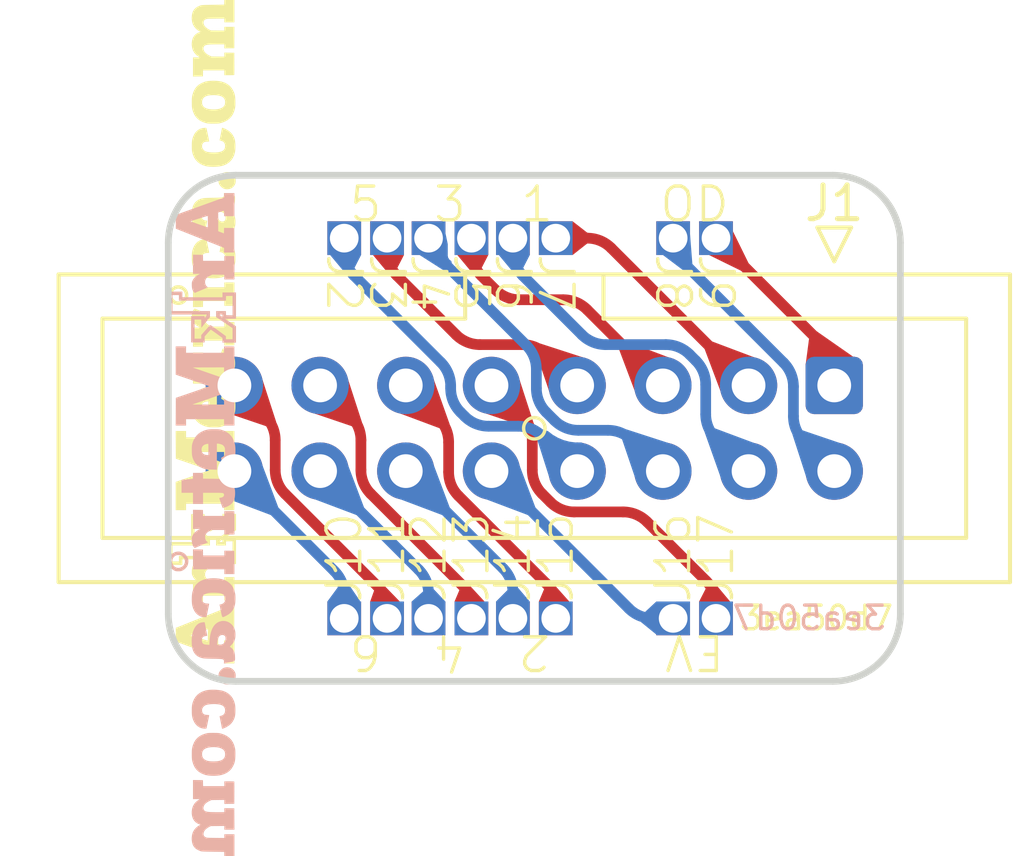
<source format=kicad_pcb>
(kicad_pcb (version 20241229) (generator "pcbnew") (generator_version "9.0")
  (layers (0 "F.Cu" signal) (2 "B.Cu" signal) (13 "F.Paste" user) (15 "B.Paste" user) (5 "F.SilkS" user "F.Silkscreen") (7 "B.SilkS" user "B.Silkscreen") (1 "F.Mask" user) (3 "B.Mask" user) (25 "Edge.Cuts" user))
  (net 0 "")
  (net 1 "/V_OD")
  (net 2 "/V_EV")
  (net 3 "/I_4")
  (net 4 "/I_EV")
  (net 5 "/V_2")
  (net 6 "/I_3")
  (net 7 "/I_6")
  (net 8 "/I_2")
  (net 9 "/V_5")
  (net 10 "/V_1")
  (net 11 "/I_5")
  (net 12 "/I_1")
  (net 13 "/V_4")
  (net 14 "/V_3")
  (net 15 "/V_6")
  (net 16 "/I_OD")
  (footprint "custom_footprints:site_small" (layer "F.Cu") (at 126.0075 37.1425 90)
    (property "Reference" "SYM2" (hide yes))
    (property "Value" "Logo_Open_Hardware_Small" (hide yes))
  )
  (footprint "Connector_IDC:IDC-Header_2x08_P2.54mm_Vertical" (layer "F.Cu") (at 144.74 38.73 -90)
    (property "Reference" "J1" (at -5.3975 0 180) (layer "F.SilkS"))
    (property "Value" "Conn_02x08_Odd_Even")
    (pad "1" thru_hole roundrect (at 0 0 270) (size 1.7 1.7) (drill 1) (layers "*.Cu" "*.Mask") (roundrect_rratio 0.147059) (net 1 "/V_OD"))
    (pad "2" thru_hole circle (at 2.54 0 270) (size 1.7 1.7) (drill 1) (layers "*.Cu" "*.Mask") (net 16 "/I_OD"))
    (pad "3" thru_hole circle (at 0 2.54 270) (size 1.7 1.7) (drill 1) (layers "*.Cu" "*.Mask") (net 10 "/V_1"))
    (pad "4" thru_hole circle (at 2.54 2.54 270) (size 1.7 1.7) (drill 1) (layers "*.Cu" "*.Mask") (net 12 "/I_1"))
    (pad "5" thru_hole circle (at 0 5.08 270) (size 1.7 1.7) (drill 1) (layers "*.Cu" "*.Mask") (net 14 "/V_3"))
    (pad "6" thru_hole circle (at 2.54 5.08 270) (size 1.7 1.7) (drill 1) (layers "*.Cu" "*.Mask") (net 6 "/I_3"))
    (pad "7" thru_hole circle (at 0 7.62 270) (size 1.7 1.7) (drill 1) (layers "*.Cu" "*.Mask") (net 9 "/V_5"))
    (pad "8" thru_hole circle (at 2.54 7.62 270) (size 1.7 1.7) (drill 1) (layers "*.Cu" "*.Mask") (net 11 "/I_5"))
    (pad "9" thru_hole circle (at 0 10.16 270) (size 1.7 1.7) (drill 1) (layers "*.Cu" "*.Mask") (net 2 "/V_EV"))
    (pad "10" thru_hole circle (at 2.54 10.16 270) (size 1.7 1.7) (drill 1) (layers "*.Cu" "*.Mask") (net 4 "/I_EV"))
    (pad "11" thru_hole circle (at 0 12.7 270) (size 1.7 1.7) (drill 1) (layers "*.Cu" "*.Mask") (net 5 "/V_2"))
    (pad "12" thru_hole circle (at 2.54 12.7 270) (size 1.7 1.7) (drill 1) (layers "*.Cu" "*.Mask") (net 8 "/I_2"))
    (pad "13" thru_hole circle (at 0 15.24 270) (size 1.7 1.7) (drill 1) (layers "*.Cu" "*.Mask") (net 13 "/V_4"))
    (pad "14" thru_hole circle (at 2.54 15.24 270) (size 1.7 1.7) (drill 1) (layers "*.Cu" "*.Mask") (net 3 "/I_4"))
    (pad "15" thru_hole circle (at 0 17.78 270) (size 1.7 1.7) (drill 1) (layers "*.Cu" "*.Mask") (net 15 "/V_6"))
    (pad "16" thru_hole circle (at 2.54 17.78 270) (size 1.7 1.7) (drill 1) (layers "*.Cu" "*.Mask") (net 7 "/I_6"))
  )
  (footprint "custom_footprints:P13-4023+S13-503_OFF" (layer "B.Cu") (at 139.965 34.365)
    (property "Reference" "J8" (at 0 0.4 270) (layer "F.SilkS") (effects (font (thickness 0.1)) (justify left)))
    (property "Value" "Conn_01x01")
    (pad "1" thru_hole rect (at 0 0) (size 1 1) (drill 0.85) (layers "*.Cu" "*.Mask") (net 16 "/I_OD"))
  )
  (footprint "custom_footprints:P13-4023+S13-503_OFF" (layer "B.Cu") (at 130.215 34.365)
    (property "Reference" "J2" (at 0 0.4 270) (layer "F.SilkS") (effects (font (thickness 0.1)) (justify left)))
    (property "Value" "Conn_01x01")
    (pad "1" thru_hole rect (at 0 0) (size 1 1) (drill 0.85) (layers "*.Cu" "*.Mask") (net 11 "/I_5"))
  )
  (footprint "custom_footprints:site_small" (layer "B.Cu") (at 126.0075 42.8575 -90)
    (property "Reference" "SYM1" (hide yes))
    (property "Value" "Logo_Open_Hardware_Small" (hide yes))
  )
  (footprint "custom_footprints:P13-4023+S13-503_OFF" (layer "B.Cu") (at 141.235 45.635 180)
    (property "Reference" "J17" (at 0 0.4 90) (layer "F.SilkS") (effects (font (thickness 0.1)) (justify left)))
    (property "Value" "Conn_01x01")
    (pad "1" thru_hole rect (at 0 0 180) (size 1 1) (drill 0.85) (layers "*.Cu" "*.Mask") (net 2 "/V_EV"))
  )
  (footprint "custom_footprints:P13-4023+S13-503_OFF" (layer "B.Cu") (at 135.215 45.635 180)
    (property "Reference" "J14" (at 0 0.4 90) (layer "F.SilkS") (effects (font (thickness 0.1)) (justify left)))
    (property "Value" "Conn_01x01")
    (pad "1" thru_hole rect (at 0 0 180) (size 1 1) (drill 0.85) (layers "*.Cu" "*.Mask") (net 8 "/I_2"))
  )
  (footprint "custom_footprints:P13-4023+S13-503_OFF" (layer "B.Cu") (at 130.215 45.635 180)
    (property "Reference" "J10" (at 0 0.4 90) (layer "F.SilkS") (effects (font (thickness 0.1)) (justify left)))
    (property "Value" "Conn_01x01")
    (pad "1" thru_hole rect (at 0 0 180) (size 1 1) (drill 0.85) (layers "*.Cu" "*.Mask") (net 7 "/I_6"))
  )
  (footprint "custom_footprints:P13-4023+S13-503_OFF" (layer "B.Cu") (at 132.715 45.635 180)
    (property "Reference" "J12" (at 0 0.4 90) (layer "F.SilkS") (effects (font (thickness 0.1)) (justify left)))
    (property "Value" "Conn_01x01")
    (pad "1" thru_hole rect (at 0 0 180) (size 1 1) (drill 0.85) (layers "*.Cu" "*.Mask") (net 3 "/I_4"))
  )
  (footprint "custom_footprints:P13-4023+S13-503_OFF" (layer "B.Cu") (at 139.965 45.635 180)
    (property "Reference" "J16" (at 0 0.4 90) (layer "F.SilkS") (effects (font (thickness 0.1)) (justify left)))
    (property "Value" "Conn_01x01")
    (pad "1" thru_hole rect (at 0 0 180) (size 1 1) (drill 0.85) (layers "*.Cu" "*.Mask") (net 4 "/I_EV"))
  )
  (footprint "custom_footprints:P13-4023+S13-503_OFF" (layer "B.Cu") (at 136.485 34.365)
    (property "Reference" "J7" (at 0 0.4 270) (layer "F.SilkS") (effects (font (thickness 0.1)) (justify left)))
    (property "Value" "Conn_01x01")
    (pad "1" thru_hole rect (at 0 0) (size 1 1) (drill 0.85) (layers "*.Cu" "*.Mask") (net 10 "/V_1"))
  )
  (footprint "custom_footprints:P13-4023+S13-503_OFF" (layer "B.Cu") (at 131.485 34.365)
    (property "Reference" "J3" (at 0 0.4 270) (layer "F.SilkS") (effects (font (thickness 0.1)) (justify left)))
    (property "Value" "Conn_01x01")
    (pad "1" thru_hole rect (at 0 0) (size 1 1) (drill 0.85) (layers "*.Cu" "*.Mask") (net 9 "/V_5"))
  )
  (footprint "custom_footprints:P13-4023+S13-503_OFF" (layer "B.Cu") (at 133.985 34.365)
    (property "Reference" "J5" (at 0 0.4 270) (layer "F.SilkS") (effects (font (thickness 0.1)) (justify left)))
    (property "Value" "Conn_01x01")
    (pad "1" thru_hole rect (at 0 0) (size 1 1) (drill 0.85) (layers "*.Cu" "*.Mask") (net 14 "/V_3"))
  )
  (footprint "custom_footprints:P13-4023+S13-503_OFF" (layer "B.Cu") (at 135.215 34.365)
    (property "Reference" "J6" (at 0 0.4 270) (layer "F.SilkS") (effects (font (thickness 0.1)) (justify left)))
    (property "Value" "Conn_01x01")
    (pad "1" thru_hole rect (at 0 0) (size 1 1) (drill 0.85) (layers "*.Cu" "*.Mask") (net 12 "/I_1"))
  )
  (footprint "custom_footprints:P13-4023+S13-503_OFF" (layer "B.Cu") (at 133.985 45.635 180)
    (property "Reference" "J13" (at 0 0.4 90) (layer "F.SilkS") (effects (font (thickness 0.1)) (justify left)))
    (property "Value" "Conn_01x01")
    (pad "1" thru_hole rect (at 0 0 180) (size 1 1) (drill 0.85) (layers "*.Cu" "*.Mask") (net 13 "/V_4"))
  )
  (footprint "custom_footprints:P13-4023+S13-503_OFF" (layer "B.Cu") (at 132.715 34.365)
    (property "Reference" "J4" (at 0 0.4 270) (layer "F.SilkS") (effects (font (thickness 0.1)) (justify left)))
    (property "Value" "Conn_01x01")
    (pad "1" thru_hole rect (at 0 0) (size 1 1) (drill 0.85) (layers "*.Cu" "*.Mask") (net 6 "/I_3"))
  )
  (footprint "custom_footprints:P13-4023+S13-503_OFF" (layer "B.Cu") (at 136.485 45.635 180)
    (property "Reference" "J15" (at 0 0.4 90) (layer "F.SilkS") (effects (font (thickness 0.1)) (justify left)))
    (property "Value" "Conn_01x01")
    (pad "1" thru_hole rect (at 0 0 180) (size 1 1) (drill 0.85) (layers "*.Cu" "*.Mask") (net 5 "/V_2"))
  )
  (footprint "custom_footprints:P13-4023+S13-503_OFF" (layer "B.Cu") (at 141.235 34.365)
    (property "Reference" "J9" (at 0 0.4 270) (layer "F.SilkS") (effects (font (thickness 0.1)) (justify left)))
    (property "Value" "Conn_01x01")
    (pad "1" thru_hole rect (at 0 0) (size 1 1) (drill 0.85) (layers "*.Cu" "*.Mask") (net 1 "/V_OD"))
  )
  (footprint "custom_footprints:P13-4023+S13-503_OFF" (layer "B.Cu") (at 131.485 45.635 180)
    (property "Reference" "J11" (at 0 0.4 90) (layer "F.SilkS") (effects (font (thickness 0.1)) (justify left)))
    (property "Value" "Conn_01x01")
    (pad "1" thru_hole rect (at 0 0 180) (size 1 1) (drill 0.85) (layers "*.Cu" "*.Mask") (net 15 "/V_6"))
  )
  (gr_circle (center 135.85 40) (end 135.85 39.6825) (stroke (width 0.1)) (fill no) (layer "F.SilkS"))
  (gr_arc (start 146.7 45.5) (mid 146.114214 46.914214) (end 144.7 47.5) (stroke (width 0.2)) (layer "Edge.Cuts"))
  (gr_arc (start 125 34.5) (mid 125.585786 33.085786) (end 127 32.5) (stroke (width 0.2)) (layer "Edge.Cuts"))
  (gr_arc (start 127 47.5) (mid 125.585786 46.914214) (end 125 45.5) (stroke (width 0.2)) (layer "Edge.Cuts"))
  (gr_line (start 146.7 45.5) (end 146.7 34.5) (stroke (width 0.2)) (layer "Edge.Cuts"))
  (gr_line (start 127 32.5) (end 144.7 32.5) (stroke (width 0.2)) (layer "Edge.Cuts"))
  (gr_arc (start 144.7 32.5) (mid 146.114214 33.085786) (end 146.7 34.5) (stroke (width 0.2)) (layer "Edge.Cuts"))
  (gr_line (start 125 45.5) (end 125 34.5) (stroke (width 0.2)) (layer "Edge.Cuts"))
  (gr_line (start 127 47.5) (end 144.7 47.5) (stroke (width 0.2)) (layer "Edge.Cuts"))
  (gr_text "6" (at 130.85 47.2225 180) (layer "F.SilkS") (effects (font (size 1 1) (thickness 0.1)) (justify top)))
  (gr_text "EV" (at 140.6 47.2225 180) (layer "F.SilkS") (effects (font (size 1 1) (thickness 0.1)) (justify top)))
  (gr_text "4" (at 133.35 47.2225 180) (layer "F.SilkS") (effects (font (size 1 1) (thickness 0.1)) (justify top)))
  (gr_text "5" (at 130.85 32.7775 0) (layer "F.SilkS") (effects (font (size 1 1) (thickness 0.1)) (justify top)))
  (gr_text "1" (at 135.93 32.7775 0) (layer "F.SilkS") (effects (font (size 1 1) (thickness 0.1)) (justify top)))
  (gr_text "3" (at 133.35 32.7775 0) (layer "F.SilkS") (effects (font (size 1 1) (thickness 0.1)) (justify top)))
  (gr_text "2" (at 135.85 47.2225 180) (layer "F.SilkS") (effects (font (size 1 1) (thickness 0.1)) (justify top)))
  (gr_text "OD" (at 140.6 32.7775 0) (layer "F.SilkS") (effects (font (size 1 1) (thickness 0.1)) (justify top)))
  (gr_text "3ea50d7" (at 141.8825 46.0325 0) (layer "F.SilkS") (effects (font (size 0.7 0.7) (thickness 0.1)) (justify left bottom)))
  (gr_text "3ea50d7" (at 146.3275 46.0325 0) (layer "B.SilkS") (effects (font (size 0.7 0.7) (thickness 0.1)) (justify left bottom mirror)))
  (segment (start 144.74 38.73) (end 144.74 38.284214) (width 0.3175) (layer "F.Cu") (net 1))
  (segment (start 144.447107 37.577107) (end 141.235 34.365) (width 0.3175) (layer "F.Cu") (net 1))
  (arc (start 144.447107 37.577107) (mid 144.66388 37.90153) (end 144.74 38.284214) (width 0.3175) (layer "F.Cu") (net 1))
  (segment (start 138.483036 42.47975) (end 137.033119 42.47975) (width 0.3175) (layer "F.Cu") (net 2))
  (segment (start 141.235 45.635) (end 141.235 45.231714) (width 0.3175) (layer "F.Cu") (net 2))
  (segment (start 136.326012 42.186857) (end 136.082643 41.943488) (width 0.3175) (layer "F.Cu") (net 2))
  (segment (start 135.496857 39.646857) (end 134.58 38.73) (width 0.3175) (layer "F.Cu") (net 2))
  (segment (start 140.942107 44.524607) (end 139.190143 42.772643) (width 0.3175) (layer "F.Cu") (net 2))
  (segment (start 135.78975 41.236381) (end 135.78975 40.353964) (width 0.3175) (layer "F.Cu") (net 2))
  (arc (start 135.496857 39.646857) (mid 135.71363 39.97128) (end 135.78975 40.353964) (width 0.3175) (layer "F.Cu") (net 2))
  (arc (start 136.082643 41.943488) (mid 135.86587 41.619065) (end 135.78975 41.236381) (width 0.3175) (layer "F.Cu") (net 2))
  (arc (start 138.483036 42.47975) (mid 138.865719 42.55587) (end 139.190143 42.772643) (width 0.3175) (layer "F.Cu") (net 2))
  (arc (start 137.033119 42.47975) (mid 136.650436 42.40363) (end 136.326012 42.186857) (width 0.3175) (layer "F.Cu") (net 2))
  (arc (start 141.235 45.231714) (mid 141.15888 44.849031) (end 140.942107 44.524607) (width 0.3175) (layer "F.Cu") (net 2))
  (segment (start 132.422107 44.192107) (end 129.5 41.27) (width 0.3175) (layer "B.Cu") (net 3))
  (segment (start 132.715 45.635) (end 132.715 44.899214) (width 0.3175) (layer "B.Cu") (net 3))
  (arc (start 132.715 44.899214) (mid 132.63888 44.516531) (end 132.422107 44.192107) (width 0.3175) (layer "B.Cu") (net 3))
  (segment (start 138.652107 45.342107) (end 134.58 41.27) (width 0.3175) (layer "B.Cu") (net 4))
  (segment (start 139.965 45.635) (end 139.359214 45.635) (width 0.3175) (layer "B.Cu") (net 4))
  (arc (start 138.652107 45.342107) (mid 138.97653 45.55888) (end 139.359214 45.635) (width 0.3175) (layer "B.Cu") (net 4))
  (segment (start 136.192107 44.592952) (end 133.602893 42.003738) (width 0.3175) (layer "F.Cu") (net 5))
  (segment (start 133.31 41.296631) (end 133.31 40.414214) (width 0.3175) (layer "F.Cu") (net 5))
  (segment (start 136.485 45.635) (end 136.485 45.300059) (width 0.3175) (layer "F.Cu") (net 5))
  (segment (start 133.017107 39.707107) (end 132.04 38.73) (width 0.3175) (layer "F.Cu") (net 5))
  (arc (start 133.017107 39.707107) (mid 133.23388 40.03153) (end 133.31 40.414214) (width 0.3175) (layer "F.Cu") (net 5))
  (arc (start 136.192107 44.592952) (mid 136.40888 44.917375) (end 136.485 45.300059) (width 0.3175) (layer "F.Cu") (net 5))
  (arc (start 133.602893 42.003738) (mid 133.38612 41.679315) (end 133.31 41.296631) (width 0.3175) (layer "F.Cu") (net 5))
  (segment (start 137.153619 40.06025) (end 138.036036 40.06025) (width 0.3175) (layer "B.Cu") (net 6))
  (segment (start 136.203143 39.523988) (end 136.446512 39.767357) (width 0.3175) (layer "B.Cu") (net 6))
  (segment (start 132.715 34.365) (end 132.715 34.6425) (width 0.3175) (layer "B.Cu") (net 6))
  (segment (start 138.743143 40.353143) (end 139.66 41.27) (width 0.3175) (layer "B.Cu") (net 6))
  (segment (start 132.715 34.6425) (end 135.617357 37.544857) (width 0.3175) (layer "B.Cu") (net 6))
  (segment (start 135.91025 38.251964) (end 135.91025 38.816881) (width 0.3175) (layer "B.Cu") (net 6))
  (arc (start 135.91025 38.816881) (mid 135.98637 39.199564) (end 136.203143 39.523988) (width 0.3175) (layer "B.Cu") (net 6))
  (arc (start 138.036036 40.06025) (mid 138.418719 40.13637) (end 138.743143 40.353143) (width 0.3175) (layer "B.Cu") (net 6))
  (arc (start 137.153619 40.06025) (mid 136.770936 39.98413) (end 136.446512 39.767357) (width 0.3175) (layer "B.Cu") (net 6))
  (arc (start 135.91025 38.251964) (mid 135.83413 37.869281) (end 135.617357 37.544857) (width 0.3175) (layer "B.Cu") (net 6))
  (segment (start 129.922107 44.232107) (end 126.96 41.27) (width 0.3175) (layer "B.Cu") (net 7))
  (segment (start 130.215 45.635) (end 130.215 44.939214) (width 0.3175) (layer "B.Cu") (net 7))
  (arc (start 130.215 44.939214) (mid 130.13888 44.556531) (end 129.922107 44.232107) (width 0.3175) (layer "B.Cu") (net 7))
  (segment (start 134.922107 44.152107) (end 132.04 41.27) (width 0.3175) (layer "B.Cu") (net 8))
  (segment (start 135.215 45.635) (end 135.215 44.859214) (width 0.3175) (layer "B.Cu") (net 8))
  (arc (start 135.215 44.859214) (mid 135.13888 44.476531) (end 134.922107 44.152107) (width 0.3175) (layer "B.Cu") (net 8))
  (segment (start 137.12 38.73) (end 136.203143 37.813143) (width 0.3175) (layer "F.Cu") (net 9))
  (segment (start 135.496036 37.52025) (end 134.236964 37.52025) (width 0.3175) (layer "F.Cu") (net 9))
  (segment (start 131.485 34.768286) (end 131.485 34.365) (width 0.3175) (layer "F.Cu") (net 9))
  (segment (start 133.529857 37.227357) (end 131.777893 35.475393) (width 0.3175) (layer "F.Cu") (net 9))
  (arc (start 135.496036 37.52025) (mid 135.878719 37.59637) (end 136.203143 37.813143) (width 0.3175) (layer "F.Cu") (net 9))
  (arc (start 133.529857 37.227357) (mid 133.85428 37.44413) (end 134.236964 37.52025) (width 0.3175) (layer "F.Cu") (net 9))
  (arc (start 131.485 34.768286) (mid 131.56112 35.150969) (end 131.777893 35.475393) (width 0.3175) (layer "F.Cu") (net 9))
  (segment (start 137.420786 34.365) (end 136.485 34.365) (width 0.3175) (layer "F.Cu") (net 10))
  (segment (start 142.2 38.73) (end 138.127893 34.657893) (width 0.3175) (layer "F.Cu") (net 10))
  (arc (start 137.420786 34.365) (mid 137.803469 34.44112) (end 138.127893 34.657893) (width 0.3175) (layer "F.Cu") (net 10))
  (segment (start 134.493119 39.93975) (end 135.375536 39.93975) (width 0.3175) (layer "B.Cu") (net 11))
  (segment (start 133.663143 39.523988) (end 133.786012 39.646857) (width 0.3175) (layer "B.Cu") (net 11))
  (segment (start 136.082643 40.232643) (end 137.12 41.27) (width 0.3175) (layer "B.Cu") (net 11))
  (segment (start 130.507893 35.475393) (end 133.077357 38.044857) (width 0.3175) (layer "B.Cu") (net 11))
  (segment (start 133.37025 38.751964) (end 133.37025 38.816881) (width 0.3175) (layer "B.Cu") (net 11))
  (segment (start 130.215 34.365) (end 130.215 34.768286) (width 0.3175) (layer "B.Cu") (net 11))
  (arc (start 133.663143 39.523988) (mid 133.44637 39.199565) (end 133.37025 38.816881) (width 0.3175) (layer "B.Cu") (net 11))
  (arc (start 130.507893 35.475393) (mid 130.29112 35.15097) (end 130.215 34.768286) (width 0.3175) (layer "B.Cu") (net 11))
  (arc (start 133.786012 39.646857) (mid 134.110435 39.86363) (end 134.493119 39.93975) (width 0.3175) (layer "B.Cu") (net 11))
  (arc (start 136.082643 40.232643) (mid 135.75822 40.01587) (end 135.375536 39.93975) (width 0.3175) (layer "B.Cu") (net 11))
  (arc (start 133.077357 38.044857) (mid 133.29413 38.36928) (end 133.37025 38.751964) (width 0.3175) (layer "B.Cu") (net 11))
  (segment (start 135.507893 35.475393) (end 137.259857 37.227357) (width 0.3175) (layer "B.Cu") (net 12))
  (segment (start 137.966964 37.52025) (end 139.746881 37.52025) (width 0.3175) (layer "B.Cu") (net 12))
  (segment (start 140.93 38.703369) (end 140.93 39.585786) (width 0.3175) (layer "B.Cu") (net 12))
  (segment (start 135.215 34.365) (end 135.215 34.768286) (width 0.3175) (layer "B.Cu") (net 12))
  (segment (start 140.453988 37.813143) (end 140.637107 37.996262) (width 0.3175) (layer "B.Cu") (net 12))
  (segment (start 141.222893 40.292893) (end 142.2 41.27) (width 0.3175) (layer "B.Cu") (net 12))
  (arc (start 140.453988 37.813143) (mid 140.129565 37.59637) (end 139.746881 37.52025) (width 0.3175) (layer "B.Cu") (net 12))
  (arc (start 140.93 38.703369) (mid 140.85388 38.320686) (end 140.637107 37.996262) (width 0.3175) (layer "B.Cu") (net 12))
  (arc (start 141.222893 40.292893) (mid 141.00612 39.96847) (end 140.93 39.585786) (width 0.3175) (layer "B.Cu") (net 12))
  (arc (start 135.507893 35.475393) (mid 135.29112 35.15097) (end 135.215 34.768286) (width 0.3175) (layer "B.Cu") (net 12))
  (arc (start 137.966964 37.52025) (mid 137.584281 37.44413) (end 137.259857 37.227357) (width 0.3175) (layer "B.Cu") (net 12))
  (segment (start 130.416857 39.646857) (end 129.5 38.73) (width 0.3175) (layer "F.Cu") (net 13))
  (segment (start 133.692107 44.632952) (end 131.002643 41.943488) (width 0.3175) (layer "F.Cu") (net 13))
  (segment (start 133.985 45.635) (end 133.985 45.340059) (width 0.3175) (layer "F.Cu") (net 13))
  (segment (start 130.70975 41.236381) (end 130.70975 40.353964) (width 0.3175) (layer "F.Cu") (net 13))
  (arc (start 133.985 45.340059) (mid 133.90888 44.957376) (end 133.692107 44.632952) (width 0.3175) (layer "F.Cu") (net 13))
  (arc (start 130.416857 39.646857) (mid 130.63363 39.97128) (end 130.70975 40.353964) (width 0.3175) (layer "F.Cu") (net 13))
  (arc (start 131.002643 41.943488) (mid 130.78587 41.619065) (end 130.70975 41.236381) (width 0.3175) (layer "F.Cu") (net 13))
  (segment (start 139.66 38.73) (end 137.412893 36.482893) (width 0.3175) (layer "F.Cu") (net 14))
  (segment (start 133.985 34.768286) (end 133.985 34.365) (width 0.3175) (layer "F.Cu") (net 14))
  (segment (start 136.705786 36.19) (end 135.406714 36.19) (width 0.3175) (layer "F.Cu") (net 14))
  (segment (start 134.699607 35.897107) (end 134.277893 35.475393) (width 0.3175) (layer "F.Cu") (net 14))
  (arc (start 134.699607 35.897107) (mid 135.02403 36.11388) (end 135.406714 36.19) (width 0.3175) (layer "F.Cu") (net 14))
  (arc (start 134.277893 35.475393) (mid 134.06112 35.15097) (end 133.985 34.768286) (width 0.3175) (layer "F.Cu") (net 14))
  (arc (start 137.412893 36.482893) (mid 137.08847 36.26612) (end 136.705786 36.19) (width 0.3175) (layer "F.Cu") (net 14))
  (segment (start 131.192107 44.672952) (end 128.462643 41.943488) (width 0.3175) (layer "F.Cu") (net 15))
  (segment (start 128.16975 41.236381) (end 128.16975 40.353964) (width 0.3175) (layer "F.Cu") (net 15))
  (segment (start 131.485 45.635) (end 131.485 45.380059) (width 0.3175) (layer "F.Cu") (net 15))
  (segment (start 127.876857 39.646857) (end 126.96 38.73) (width 0.3175) (layer "F.Cu") (net 15))
  (arc (start 128.462643 41.943488) (mid 128.24587 41.619065) (end 128.16975 41.236381) (width 0.3175) (layer "F.Cu") (net 15))
  (arc (start 131.192107 44.672952) (mid 131.40888 44.997375) (end 131.485 45.380059) (width 0.3175) (layer "F.Cu") (net 15))
  (arc (start 127.876857 39.646857) (mid 128.09363 39.97128) (end 128.16975 40.353964) (width 0.3175) (layer "F.Cu") (net 15))
  (segment (start 140.257893 35.077048) (end 143.237357 38.056512) (width 0.3175) (layer "B.Cu") (net 16))
  (segment (start 139.965 34.365) (end 139.965 34.369941) (width 0.3175) (layer "B.Cu") (net 16))
  (segment (start 143.53025 38.763619) (end 143.53025 39.646036) (width 0.3175) (layer "B.Cu") (net 16))
  (segment (start 143.823143 40.353143) (end 144.74 41.27) (width 0.3175) (layer "B.Cu") (net 16))
  (arc (start 143.53025 39.646036) (mid 143.60637 40.028719) (end 143.823143 40.353143) (width 0.3175) (layer "B.Cu") (net 16))
  (arc (start 143.53025 38.763619) (mid 143.45413 38.380936) (end 143.237357 38.056512) (width 0.3175) (layer "B.Cu") (net 16))
  (arc (start 139.965 34.369941) (mid 140.04112 34.752624) (end 140.257893 35.077048) (width 0.3175) (layer "B.Cu") (net 16))
)
</source>
